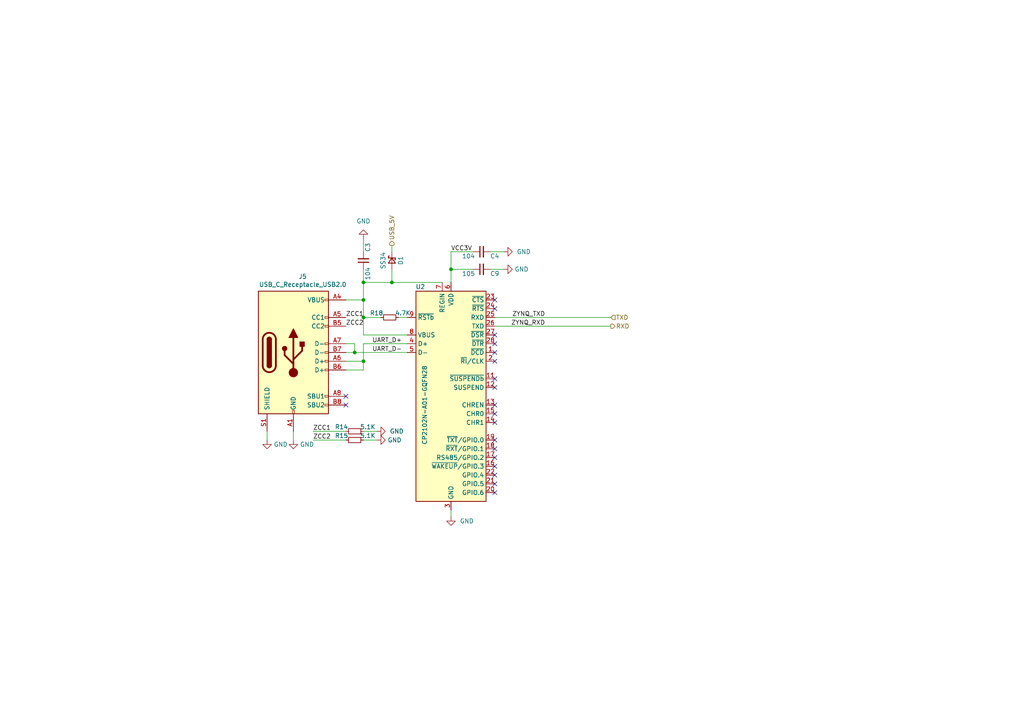
<source format=kicad_sch>
(kicad_sch (version 20211123) (generator eeschema)
  (paper "A4")
  (lib_symbols
    (symbol "Connector:USB_C_Receptacle_USB2.0" (pin_names (offset 1.016))
      (property "Reference" "J" (at -10.16 19.05 0))
      (property "Value" "USB_C_Receptacle_USB2.0" (at 19.05 19.05 0))
      (symbol "USB_C_Receptacle_USB2.0_0_0"
        (rectangle (start -0.254 -17.78) (end 0.254 -16.764))
        (rectangle (start 10.16 -14.986) (end 9.144 -15.494))
        (rectangle (start 10.16 -12.446) (end 9.144 -12.954))
        (rectangle (start 10.16 -4.826) (end 9.144 -5.334))
        (rectangle (start 10.16 -2.286) (end 9.144 -2.794))
        (rectangle (start 10.16 0.254) (end 9.144 -0.254))
        (rectangle (start 10.16 2.794) (end 9.144 2.286))
        (rectangle (start 10.16 7.874) (end 9.144 7.366))
        (rectangle (start 10.16 10.414) (end 9.144 9.906))
        (rectangle (start 10.16 15.494) (end 9.144 14.986))
      )
      (symbol "USB_C_Receptacle_USB2.0_0_1"
        (rectangle (start -10.16 17.78) (end 10.16 -17.78) (stroke (width 0.254)) (fill (type background)))
        (arc (start -8.89 -3.81) (mid -6.985 -5.715) (end -5.08 -3.81) (stroke (width 0.508)))
        (arc (start -7.62 -3.81) (mid -6.985 -4.445) (end -6.35 -3.81) (stroke (width 0.254)))
        (arc (start -7.62 -3.81) (mid -6.985 -4.445) (end -6.35 -3.81) (stroke (width 0.254)) (fill (type outline)))
        (rectangle (start -7.62 -3.81) (end -6.35 3.81) (stroke (width 0.254)) (fill (type outline)))
        (arc (start -6.35 3.81) (mid -6.985 4.445) (end -7.62 3.81) (stroke (width 0.254)))
        (arc (start -6.35 3.81) (mid -6.985 4.445) (end -7.62 3.81) (stroke (width 0.254)) (fill (type outline)))
        (arc (start -5.08 3.81) (mid -6.985 5.715) (end -8.89 3.81) (stroke (width 0.508)))
        (circle (center -2.54 1.143) (radius 0.635) (stroke (width 0.254)) (fill (type outline)))
        (circle (center 0 -5.842) (radius 1.27) (fill (type outline)))
        (polyline (pts (xy -8.89 -3.81) (xy -8.89 3.81)) (stroke (width 0.508)))
        (polyline (pts (xy -5.08 3.81) (xy -5.08 -3.81)) (stroke (width 0.508)))
        (polyline (pts (xy 0 -5.842) (xy 0 4.318)) (stroke (width 0.508)))
        (polyline (pts (xy 0 -3.302) (xy -2.54 -0.762) (xy -2.54 0.508)) (stroke (width 0.508)))
        (polyline (pts (xy 0 -2.032) (xy 2.54 0.508) (xy 2.54 1.778)) (stroke (width 0.508)))
        (polyline (pts (xy -1.27 4.318) (xy 0 6.858) (xy 1.27 4.318) (xy -1.27 4.318)) (stroke (width 0.254)) (fill (type outline)))
        (rectangle (start 1.905 1.778) (end 3.175 3.048) (stroke (width 0.254)) (fill (type outline)))
      )
      (symbol "USB_C_Receptacle_USB2.0_1_1"
        (pin passive line (at 0 -22.86 90) (length 5.08) (name "GND") (number "A1"))
        (pin passive line (at 0 -22.86 90) (length 5.08) hide (name "GND") (number "A12"))
        (pin passive line (at 15.24 15.24 180) (length 5.08) (name "VBUS") (number "A4"))
        (pin bidirectional line (at 15.24 10.16 180) (length 5.08) (name "CC1") (number "A5"))
        (pin bidirectional line (at 15.24 -2.54 180) (length 5.08) (name "D+") (number "A6"))
        (pin bidirectional line (at 15.24 2.54 180) (length 5.08) (name "D-") (number "A7"))
        (pin bidirectional line (at 15.24 -12.7 180) (length 5.08) (name "SBU1") (number "A8"))
        (pin passive line (at 15.24 15.24 180) (length 5.08) hide (name "VBUS") (number "A9"))
        (pin passive line (at 0 -22.86 90) (length 5.08) hide (name "GND") (number "B1"))
        (pin passive line (at 0 -22.86 90) (length 5.08) hide (name "GND") (number "B12"))
        (pin passive line (at 15.24 15.24 180) (length 5.08) hide (name "VBUS") (number "B4"))
        (pin bidirectional line (at 15.24 7.62 180) (length 5.08) (name "CC2") (number "B5"))
        (pin bidirectional line (at 15.24 -5.08 180) (length 5.08) (name "D+") (number "B6"))
        (pin bidirectional line (at 15.24 0 180) (length 5.08) (name "D-") (number "B7"))
        (pin bidirectional line (at 15.24 -15.24 180) (length 5.08) (name "SBU2") (number "B8"))
        (pin passive line (at 15.24 15.24 180) (length 5.08) hide (name "VBUS") (number "B9"))
        (pin passive line (at -7.62 -22.86 90) (length 5.08) (name "SHIELD") (number "S1"))
      )
    )
    (symbol "Device:C_Small" (pin_numbers hide) (pin_names (offset 0.254) hide)
      (property "Reference" "C" (at 0.254 1.778 0))
      (property "Value" "C_Small" (at 0.254 -2.032 0))
      (symbol "C_Small_0_1"
        (polyline (pts (xy -1.524 -0.508) (xy 1.524 -0.508)) (stroke (width 0.3302)))
        (polyline (pts (xy -1.524 0.508) (xy 1.524 0.508)) (stroke (width 0.3048)))
      )
      (symbol "C_Small_1_1"
        (pin passive line (at 0 2.54 270) (length 2.032) (name "~") (number "1"))
        (pin passive line (at 0 -2.54 90) (length 2.032) (name "~") (number "2"))
      )
    )
    (symbol "Device:D_Schottky_Small" (pin_numbers hide) (pin_names (offset 0.254) hide)
      (property "Reference" "D" (at -1.27 2.032 0))
      (property "Value" "D_Schottky_Small" (at -7.112 -2.032 0))
      (symbol "D_Schottky_Small_0_1"
        (polyline (pts (xy -0.762 0) (xy 0.762 0)))
        (polyline (pts (xy 0.762 -1.016) (xy -0.762 0) (xy 0.762 1.016) (xy 0.762 -1.016)) (stroke (width 0.254)))
        (polyline (pts (xy -1.27 0.762) (xy -1.27 1.016) (xy -0.762 1.016) (xy -0.762 -1.016) (xy -0.254 -1.016) (xy -0.254 -0.762)) (stroke (width 0.254)))
      )
      (symbol "D_Schottky_Small_1_1"
        (pin passive line (at -2.54 0 0) (length 1.778) (name "K") (number "1"))
        (pin passive line (at 2.54 0 180) (length 1.778) (name "A") (number "2"))
      )
    )
    (symbol "Device:R_Small" (pin_numbers hide) (pin_names (offset 0.254) hide)
      (property "Reference" "R" (at 0.762 0.508 0))
      (property "Value" "R_Small" (at 0.762 -1.016 0))
      (symbol "R_Small_0_1"
        (rectangle (start -0.762 1.778) (end 0.762 -1.778) (stroke (width 0.2032)))
      )
      (symbol "R_Small_1_1"
        (pin passive line (at 0 2.54 270) (length 0.762) (name "~") (number "1"))
        (pin passive line (at 0 -2.54 90) (length 0.762) (name "~") (number "2"))
      )
    )
    (symbol "Interface_USB:CP2102N-A01-GQFN28"
      (property "Reference" "U" (at -7.62 31.75 0))
      (property "Value" "Interface_USB_CP2102N-A01-GQFN28" (at 26.67 31.75 0))
      (symbol "CP2102N-A01-GQFN28_0_1"
        (rectangle (start -10.16 30.48) (end 10.16 -30.48) (stroke (width 0.254)) (fill (type background)))
      )
      (symbol "CP2102N-A01-GQFN28_1_1"
        (pin input line (at 12.7 12.7 180) (length 2.54) (name "~{DCD}") (number "1"))
        (pin no_connect line (at -10.16 -10.16 0) (length 2.54) hide (name "NC") (number "10"))
        (pin output line (at 12.7 5.08 180) (length 2.54) (name "~{SUSPENDb}") (number "11"))
        (pin output line (at 12.7 2.54 180) (length 2.54) (name "SUSPEND") (number "12"))
        (pin output line (at 12.7 -2.54 180) (length 2.54) (name "CHREN") (number "13"))
        (pin output line (at 12.7 -7.62 180) (length 2.54) (name "CHR1") (number "14"))
        (pin output line (at 12.7 -5.08 180) (length 2.54) (name "CHR0") (number "15"))
        (pin bidirectional line (at 12.7 -20.32 180) (length 2.54) (name "~{WAKEUP}/GPIO.3") (number "16"))
        (pin bidirectional line (at 12.7 -17.78 180) (length 2.54) (name "RS485/GPIO.2") (number "17"))
        (pin bidirectional line (at 12.7 -15.24 180) (length 2.54) (name "~{RXT}/GPIO.1") (number "18"))
        (pin bidirectional line (at 12.7 -12.7 180) (length 2.54) (name "~{TXT}/GPIO.0") (number "19"))
        (pin bidirectional line (at 12.7 10.16 180) (length 2.54) (name "~{RI}/CLK") (number "2"))
        (pin bidirectional line (at 12.7 -27.94 180) (length 2.54) (name "GPIO.6") (number "20"))
        (pin bidirectional line (at 12.7 -25.4 180) (length 2.54) (name "GPIO.5") (number "21"))
        (pin bidirectional line (at 12.7 -22.86 180) (length 2.54) (name "GPIO.4") (number "22"))
        (pin input line (at 12.7 27.94 180) (length 2.54) (name "~{CTS}") (number "23"))
        (pin output line (at 12.7 25.4 180) (length 2.54) (name "~{RTS}") (number "24"))
        (pin input line (at 12.7 22.86 180) (length 2.54) (name "RXD") (number "25"))
        (pin output line (at 12.7 20.32 180) (length 2.54) (name "TXD") (number "26"))
        (pin input line (at 12.7 17.78 180) (length 2.54) (name "~{DSR}") (number "27"))
        (pin output line (at 12.7 15.24 180) (length 2.54) (name "~{DTR}") (number "28"))
        (pin passive line (at 0 -33.02 90) (length 2.54) hide (name "GND") (number "29"))
        (pin power_in line (at 0 -33.02 90) (length 2.54) (name "GND") (number "3"))
        (pin bidirectional line (at -12.7 15.24 0) (length 2.54) (name "D+") (number "4"))
        (pin bidirectional line (at -12.7 12.7 0) (length 2.54) (name "D-") (number "5"))
        (pin passive line (at 0 33.02 270) (length 2.54) (name "VDD") (number "6"))
        (pin power_in line (at -2.54 33.02 270) (length 2.54) (name "REGIN") (number "7"))
        (pin input line (at -12.7 17.78 0) (length 2.54) (name "VBUS") (number "8"))
        (pin input line (at -12.7 22.86 0) (length 2.54) (name "~{RSTb}") (number "9"))
      )
    )
    (symbol "power:GND" (power) (pin_names (offset 0))
      (property "Value" "GND" (at 0 -3.81 0))
      (symbol "GND_0_1"
        (polyline (pts (xy 0 0) (xy 0 -1.27) (xy 1.27 -1.27) (xy 0 -2.54) (xy -1.27 -1.27) (xy 0 -1.27)))
      )
      (symbol "GND_1_1"
        (pin power_in line (at 0 0 270) (length 0) hide (name "GND") (number "1"))
      )
    )
  )
  (junction (at 105.41 92.075))
  (junction (at 105.41 81.915))
  (junction (at 113.665 81.915))
  (junction (at 105.41 86.995))
  (junction (at 130.81 78.105))
  (junction (at 102.87 102.235))
  (junction (at 105.41 104.775))
  (no_connect (at 143.51 97.155))
  (no_connect (at 100.33 117.475))
  (no_connect (at 143.51 112.395))
  (no_connect (at 143.51 135.255))
  (no_connect (at 143.51 86.995))
  (no_connect (at 143.51 89.535))
  (no_connect (at 143.51 130.175))
  (no_connect (at 143.51 132.715))
  (no_connect (at 143.51 120.015))
  (no_connect (at 143.51 137.795))
  (no_connect (at 143.51 142.875))
  (no_connect (at 143.51 104.775))
  (no_connect (at 100.33 114.935))
  (no_connect (at 143.51 122.555))
  (no_connect (at 143.51 140.335))
  (no_connect (at 143.51 102.235))
  (no_connect (at 143.51 99.695))
  (no_connect (at 143.51 109.855))
  (no_connect (at 143.51 127.635))
  (no_connect (at 143.51 117.475))
  (wire (pts (xy 90.805 125.095) (xy 100.33 125.095)))
  (wire (pts (xy 105.41 104.775) (xy 105.41 99.695)))
  (wire (pts (xy 105.41 81.915) (xy 105.41 86.995)))
  (wire (pts (xy 142.24 73.025) (xy 146.05 73.025)))
  (wire (pts (xy 109.22 125.095) (xy 105.41 125.095)))
  (wire (pts (xy 105.41 97.155) (xy 105.41 92.075)))
  (wire (pts (xy 105.41 78.105) (xy 105.41 81.915)))
  (wire (pts (xy 143.51 94.615) (xy 177.165 94.615)))
  (wire (pts (xy 113.665 81.915) (xy 128.27 81.915)))
  (wire (pts (xy 100.33 107.315) (xy 105.41 107.315)))
  (wire (pts (xy 105.41 81.915) (xy 113.665 81.915)))
  (wire (pts (xy 90.805 127.635) (xy 100.33 127.635)))
  (wire (pts (xy 85.09 125.095) (xy 85.09 127.635)))
  (wire (pts (xy 105.41 107.315) (xy 105.41 104.775)))
  (wire (pts (xy 130.81 73.025) (xy 130.81 78.105)))
  (wire (pts (xy 113.665 78.105) (xy 113.665 81.915)))
  (wire (pts (xy 142.24 78.105) (xy 146.05 78.105)))
  (wire (pts (xy 130.81 147.955) (xy 130.81 149.86)))
  (wire (pts (xy 100.33 104.775) (xy 105.41 104.775)))
  (wire (pts (xy 118.11 97.155) (xy 105.41 97.155)))
  (wire (pts (xy 105.41 99.695) (xy 118.11 99.695)))
  (wire (pts (xy 105.41 86.995) (xy 100.33 86.995)))
  (wire (pts (xy 102.87 99.695) (xy 102.87 102.235)))
  (wire (pts (xy 109.22 127.635) (xy 105.41 127.635)))
  (wire (pts (xy 118.11 92.075) (xy 115.57 92.075)))
  (wire (pts (xy 105.41 92.075) (xy 110.49 92.075)))
  (wire (pts (xy 77.47 125.095) (xy 77.47 127.635)))
  (wire (pts (xy 100.33 99.695) (xy 102.87 99.695)))
  (wire (pts (xy 105.41 92.075) (xy 105.41 86.995)))
  (wire (pts (xy 100.33 102.235) (xy 102.87 102.235)))
  (wire (pts (xy 105.41 69.215) (xy 105.41 73.025)))
  (wire (pts (xy 102.87 102.235) (xy 118.11 102.235)))
  (wire (pts (xy 130.81 73.025) (xy 137.16 73.025)))
  (wire (pts (xy 143.51 92.075) (xy 177.165 92.075)))
  (wire (pts (xy 130.81 78.105) (xy 130.81 81.915)))
  (wire (pts (xy 113.665 71.12) (xy 113.665 73.025)))
  (wire (pts (xy 130.81 78.105) (xy 137.16 78.105)))
  (label "UART_D+" (at 107.95 99.695 0))
  (label "ZCC2" (at 90.805 127.635 0))
  (label "ZYNQ_RXD" (at 158.115 94.615 180))
  (label "ZCC2" (at 100.33 94.615 0))
  (label "VCC3V" (at 130.81 73.025 0))
  (label "ZCC1" (at 100.33 92.075 0))
  (label "UART_D-" (at 107.95 102.235 0))
  (label "ZYNQ_TXD" (at 158.115 92.075 180))
  (label "ZCC1" (at 90.805 125.095 0))
  (hierarchical_label "RXD" (shape output) (at 177.165 94.615 0))
  (hierarchical_label "USB_5V" (shape output) (at 113.665 71.12 90))
  (hierarchical_label "TXD" (shape input) (at 177.165 92.075 0))
  (symbol (lib_id "Connector:USB_C_Receptacle_USB2.0") (at 85.09 102.235 0) (unit 1)
    (property "Reference" "J5" (at 87.8078 80.2132 0))
    (property "Value" "USB_C_Receptacle_USB2.0" (at 87.8078 82.5246 0))
    (property "Footprint" "zynq7000_mb:USB_C_Receptacle_Palconn_UTC16-G" (effects hide))
    (property "Datasheet" "https://www.usb.org/sites/default/files/documents/usb_type-c.zip" (effects hide))
  )
  (symbol (lib_id "Device:C_Small") (at 139.7 78.105 90) (unit 1)
    (property "Reference" "C9" (at 143.51 79.375 90))
    (property "Value" "105" (at 135.89 79.375 90))
    (property "Footprint" "Capacitor_SMD:C_0402_1005Metric" (effects hide))
  )
  (symbol (lib_id "power:GND") (at 130.81 149.86 0) (unit 1)
    (property "Reference" "#PWR0119" (effects hide))
    (property "Value" "GND" (at 133.35 151.1299 0) (effects (justify left)))
  )
  (symbol (lib_id "power:GND") (at 146.05 73.025 90) (unit 1)
    (property "Reference" "#PWR0106" (effects hide))
    (property "Value" "GND" (at 149.86 73.0249 90) (effects (justify right)))
  )
  (symbol (lib_id "Device:C_Small") (at 105.41 75.565 180) (unit 1)
    (property "Reference" "C3" (at 106.68 71.755 90))
    (property "Value" "104" (at 106.68 79.375 90))
    (property "Footprint" "Capacitor_SMD:C_0402_1005Metric" (effects hide))
  )
  (symbol (lib_id "Device:R_Small") (at 113.03 92.075 270) (unit 1)
    (property "Reference" "R18" (at 109.22 90.805 90))
    (property "Value" "4.7K" (at 116.84 90.805 90))
    (property "Footprint" "Resistor_SMD:R_0402_1005Metric" (effects hide))
  )
  (symbol (lib_id "power:GND") (at 146.05 78.105 90) (unit 1)
    (property "Reference" "#PWR0107" (effects hide))
    (property "Value" "GND" (at 149.225 78.1049 90) (effects (justify right)))
  )
  (symbol (lib_id "power:GND") (at 109.22 127.635 90) (unit 1)
    (property "Reference" "#PWR0115" (effects hide))
    (property "Value" "GND" (at 112.395 127.6349 90) (effects (justify right)))
  )
  (symbol (lib_id "Device:R_Small") (at 102.87 125.095 270) (unit 1)
    (property "Reference" "R14" (at 99.06 123.825 90))
    (property "Value" "5.1K" (at 106.68 123.825 90))
    (property "Footprint" "Resistor_SMD:R_0402_1005Metric" (effects hide))
  )
  (symbol (lib_id "Device:C_Small") (at 139.7 73.025 90) (unit 1)
    (property "Reference" "C4" (at 143.51 74.295 90))
    (property "Value" "104" (at 135.89 74.295 90))
    (property "Footprint" "Capacitor_SMD:C_0402_1005Metric" (effects hide))
  )
  (symbol (lib_id "Device:R_Small") (at 102.87 127.635 270) (unit 1)
    (property "Reference" "R15" (at 99.06 126.365 90))
    (property "Value" "5.1K" (at 106.68 126.365 90))
    (property "Footprint" "Resistor_SMD:R_0402_1005Metric" (effects hide))
  )
  (symbol (lib_id "power:GND") (at 85.09 127.635 0) (unit 1)
    (property "Reference" "#PWR0117" (effects hide))
    (property "Value" "GND" (at 86.995 128.9049 0) (effects (justify left)))
  )
  (symbol (lib_id "Interface_USB:CP2102N-A01-GQFN28") (at 130.81 114.935 0) (unit 1)
    (property "Reference" "U2" (at 121.92 83.185 0))
    (property "Value" "CP2102N-A01-GQFN28" (at 123.19 117.475 90))
    (property "Footprint" "Package_DFN_QFN:QFN-28-1EP_5x5mm_P0.5mm_EP3.35x3.35mm" (effects hide))
    (property "Datasheet" "https://www.silabs.com/documents/public/data-sheets/cp2102n-datasheet.pdf" (effects hide))
  )
  (symbol (lib_id "Device:D_Schottky_Small") (at 113.665 75.565 90) (mirror x) (unit 1)
    (property "Reference" "D1" (at 116.205 75.565 0))
    (property "Value" "SS34" (at 111.125 75.565 0))
    (property "Footprint" "Diode_SMD:D_SOD-123F" (effects hide))
  )
  (symbol (lib_id "power:GND") (at 77.47 127.635 0) (unit 1)
    (property "Reference" "#PWR0118" (effects hide))
    (property "Value" "GND" (at 79.375 128.9049 0) (effects (justify left)))
  )
  (symbol (lib_id "power:GND") (at 109.22 125.095 90) (unit 1)
    (property "Reference" "#PWR0114" (effects hide))
    (property "Value" "GND" (at 113.03 125.0949 90) (effects (justify right)))
  )
  (symbol (lib_id "power:GND") (at 105.41 69.215 180) (unit 1)
    (property "Reference" "#PWR0116" (effects hide))
    (property "Value" "GND" (at 105.41 64.135 0))
  )
)
</source>
